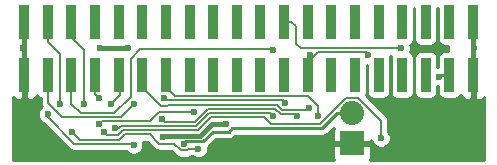
<source format=gbl>
G04 #@! TF.FileFunction,Copper,L2,Bot,Signal*
%FSLAX46Y46*%
G04 Gerber Fmt 4.6, Leading zero omitted, Abs format (unit mm)*
G04 Created by KiCad (PCBNEW (2015-08-18 BZR 6103)-product) date Wednesday, 26 August 2015 13:48:05*
%MOMM*%
G01*
G04 APERTURE LIST*
%ADD10C,0.150000*%
%ADD11R,0.890000X3.000000*%
%ADD12R,2.032000X2.032000*%
%ADD13O,2.032000X2.032000*%
%ADD14C,0.600000*%
%ADD15C,0.177800*%
%ADD16C,0.381000*%
%ADD17C,0.254000*%
%ADD18C,0.250000*%
G04 APERTURE END LIST*
D10*
D11*
X133500000Y-106250000D03*
X133500000Y-101750000D03*
X135500000Y-101750000D03*
X135500000Y-106250000D03*
X139500000Y-106250000D03*
X139500000Y-101750000D03*
X137500000Y-101750000D03*
X137500000Y-106250000D03*
X117500000Y-106250000D03*
X117500000Y-101750000D03*
X119500000Y-101750000D03*
X119500000Y-106250000D03*
X123500000Y-106250000D03*
X123500000Y-101750000D03*
X121500000Y-101750000D03*
X121500000Y-106250000D03*
X129500000Y-106250000D03*
X129500000Y-101750000D03*
X131500000Y-101750000D03*
X131500000Y-106250000D03*
X127500000Y-106250000D03*
X127500000Y-101750000D03*
X125500000Y-101750000D03*
X125500000Y-106250000D03*
X109500000Y-106250000D03*
X109500000Y-101750000D03*
X111500000Y-101750000D03*
X111500000Y-106250000D03*
X115500000Y-106250000D03*
X115500000Y-101750000D03*
X113500000Y-101750000D03*
X113500000Y-106250000D03*
X105500000Y-106250000D03*
X105500000Y-101750000D03*
X107500000Y-101750000D03*
X107500000Y-106250000D03*
X103500000Y-106250000D03*
X103500000Y-101750000D03*
X101500000Y-101750000D03*
X101500000Y-106250000D03*
D12*
X129250000Y-112050000D03*
D13*
X129250000Y-109510000D03*
D14*
X115900000Y-109375000D03*
X107800000Y-110400000D03*
X110800000Y-108700000D03*
X118575000Y-110400000D03*
X113225000Y-111500000D03*
X139600000Y-104000000D03*
X101400000Y-104000000D03*
X108812000Y-108685000D03*
X123600000Y-108625000D03*
X113300000Y-108250000D03*
X122550000Y-109750000D03*
X109175000Y-110775000D03*
X107850000Y-108250000D03*
X126350000Y-109750000D03*
X113182500Y-109982500D03*
X124600000Y-109775000D03*
X122528000Y-104113000D03*
X125600000Y-109050000D03*
X110300000Y-104000000D03*
X107900000Y-104000000D03*
X108250000Y-111125000D03*
X131700000Y-111600000D03*
X106526000Y-108685000D03*
X104500000Y-108700000D03*
X105575000Y-111075000D03*
X116250000Y-112500000D03*
X110750000Y-112200000D03*
X103475000Y-109600000D03*
X115025000Y-112075000D03*
X133400000Y-104000000D03*
X125730000Y-104566710D03*
X130613753Y-104566709D03*
X136600000Y-106400000D03*
D15*
X107800000Y-110400000D02*
X107858602Y-110400000D01*
X107858602Y-110400000D02*
X108075000Y-110183602D01*
X108075000Y-110183602D02*
X112141398Y-110183602D01*
X112141398Y-110183602D02*
X112925000Y-109400000D01*
X112925000Y-109400000D02*
X115875000Y-109400000D01*
X115875000Y-109400000D02*
X115900000Y-109375000D01*
X107858602Y-110400000D02*
X108075000Y-110183602D01*
X104728000Y-109828000D02*
X109672000Y-109828000D01*
X109672000Y-109828000D02*
X110800000Y-108700000D01*
X103500000Y-108600000D02*
X103500000Y-106250000D01*
X104728000Y-109828000D02*
X103500000Y-108600000D01*
D16*
X113225000Y-111500000D02*
X113287804Y-111500000D01*
X117396582Y-110400000D02*
X118575000Y-110400000D01*
X116408778Y-111387804D02*
X117396582Y-110400000D01*
X113400000Y-111387804D02*
X116408778Y-111387804D01*
X113287804Y-111500000D02*
X113400000Y-111387804D01*
X139500000Y-101750000D02*
X139500000Y-103900000D01*
X139500000Y-103900000D02*
X139600000Y-104000000D01*
X139500000Y-106250000D02*
X139500000Y-104100000D01*
X139500000Y-104100000D02*
X139600000Y-104000000D01*
X101500000Y-106250000D02*
X101500000Y-104100000D01*
X101500000Y-104100000D02*
X101400000Y-104000000D01*
X101500000Y-103900000D02*
X101500000Y-101750000D01*
X101400000Y-104000000D02*
X101500000Y-103900000D01*
X101500000Y-106760000D02*
X101500000Y-106250000D01*
D15*
X109574000Y-107923000D02*
X109574000Y-106314000D01*
X108812000Y-108685000D02*
X109574000Y-107923000D01*
X109574000Y-106314000D02*
X109496000Y-106236000D01*
X113455602Y-108405602D02*
X123380602Y-108405602D01*
X123380602Y-108405602D02*
X123600000Y-108625000D01*
X113300000Y-108250000D02*
X113455602Y-108405602D01*
X109175000Y-110775000D02*
X109497102Y-110775000D01*
X117174694Y-109472408D02*
X122272408Y-109472408D01*
X116072102Y-110575000D02*
X117174694Y-109472408D01*
X109697102Y-110575000D02*
X116072102Y-110575000D01*
X109497102Y-110775000D02*
X109697102Y-110575000D01*
X122272408Y-109472408D02*
X122550000Y-109750000D01*
X122272408Y-109472408D02*
X122550000Y-109750000D01*
X107500000Y-106250000D02*
X107500000Y-107900000D01*
X107500000Y-107900000D02*
X107850000Y-108250000D01*
X114250000Y-108050000D02*
X125550000Y-108050000D01*
X126350000Y-108850000D02*
X126350000Y-109750000D01*
X125550000Y-108050000D02*
X126350000Y-108850000D01*
X113500000Y-106250000D02*
X113500000Y-107300000D01*
X113500000Y-107300000D02*
X114250000Y-108050000D01*
X113496000Y-106236000D02*
X113496000Y-107273000D01*
X113182500Y-109982500D02*
X113188102Y-109982500D01*
X117027398Y-109116806D02*
X122763908Y-109116806D01*
X115924806Y-110219398D02*
X117027398Y-109116806D01*
X113425000Y-110219398D02*
X115924806Y-110219398D01*
X113188102Y-109982500D02*
X113425000Y-110219398D01*
X122763908Y-109116806D02*
X123202704Y-109555602D01*
X124380602Y-109555602D02*
X124600000Y-109775000D01*
X123202704Y-109555602D02*
X124380602Y-109555602D01*
X123227704Y-109580602D02*
X124380602Y-109580602D01*
X122763908Y-109116806D02*
X123227704Y-109580602D01*
X124380602Y-109580602D02*
X124600000Y-109775000D01*
X105500000Y-106250000D02*
X105500000Y-108700000D01*
X122515000Y-104100000D02*
X122528000Y-104113000D01*
X111300000Y-104100000D02*
X122515000Y-104100000D01*
X110500000Y-104900000D02*
X111300000Y-104100000D01*
X110500000Y-108100000D02*
X110500000Y-104900000D01*
X109127602Y-109472398D02*
X110500000Y-108100000D01*
X106272398Y-109472398D02*
X109127602Y-109472398D01*
X105500000Y-108700000D02*
X106272398Y-109472398D01*
X113050000Y-108850000D02*
X113586204Y-108850000D01*
X113586204Y-108850000D02*
X113675000Y-108761204D01*
X111500000Y-107300000D02*
X113050000Y-108850000D01*
X125450000Y-109200000D02*
X125600000Y-109050000D01*
X123350000Y-109200000D02*
X125450000Y-109200000D01*
X122911204Y-108761204D02*
X123350000Y-109200000D01*
X113675000Y-108761204D02*
X122911204Y-108761204D01*
X111500000Y-106250000D02*
X111500000Y-107300000D01*
D16*
X107900000Y-104000000D02*
X110300000Y-104000000D01*
D15*
X108250000Y-111125000D02*
X108500000Y-111375000D01*
X108500000Y-111375000D02*
X108800000Y-111375000D01*
X122350000Y-110375000D02*
X126550000Y-110375000D01*
X126550000Y-110375000D02*
X128725000Y-108200000D01*
X128725000Y-108200000D02*
X129775000Y-108200000D01*
X131700000Y-110125000D02*
X131700000Y-111600000D01*
X129775000Y-108200000D02*
X131700000Y-110125000D01*
X121803010Y-109828010D02*
X122350000Y-110375000D01*
X117321990Y-109828010D02*
X121803010Y-109828010D01*
X116219398Y-110930602D02*
X117321990Y-109828010D01*
X109844398Y-110930602D02*
X116219398Y-110930602D01*
X109400000Y-111375000D02*
X109844398Y-110930602D01*
X108500000Y-111375000D02*
X108800000Y-111375000D01*
X108800000Y-111375000D02*
X109400000Y-111375000D01*
X106526000Y-108685000D02*
X106526000Y-104113000D01*
X106526000Y-104113000D02*
X105496000Y-103083000D01*
X105496000Y-103083000D02*
X105496000Y-101736000D01*
X103496000Y-101736000D02*
X103496000Y-103496000D01*
X104494000Y-104494000D02*
X104500000Y-108700000D01*
X103496000Y-103496000D02*
X104494000Y-104494000D01*
X116250000Y-112500000D02*
X115425000Y-112500000D01*
X114775000Y-112650000D02*
X114200000Y-112075000D01*
X115275000Y-112650000D02*
X114775000Y-112650000D01*
X115425000Y-112500000D02*
X115275000Y-112650000D01*
X114200000Y-112075000D02*
X112950000Y-112075000D01*
X112161204Y-111286204D02*
X109991694Y-111286204D01*
X112950000Y-112075000D02*
X112161204Y-111286204D01*
X109547296Y-111730602D02*
X106230602Y-111730602D01*
X106230602Y-111730602D02*
X105575000Y-111075000D01*
X109991694Y-111286204D02*
X109547296Y-111730602D01*
X110750000Y-112200000D02*
X110636204Y-112086204D01*
X110636204Y-112086204D02*
X105711204Y-112086204D01*
X105711204Y-112086204D02*
X103475000Y-109850000D01*
X103475000Y-109850000D02*
X103475000Y-109600000D01*
D17*
X127971778Y-109510000D02*
X129250000Y-109510000D01*
X126713076Y-110768702D02*
X127971778Y-109510000D01*
X119106298Y-110768702D02*
X126713076Y-110768702D01*
X118825000Y-111050000D02*
X119106298Y-110768702D01*
X117447044Y-111050000D02*
X118825000Y-111050000D01*
X116613938Y-111883106D02*
X117447044Y-111050000D01*
X115216894Y-111883106D02*
X116613938Y-111883106D01*
X115025000Y-112075000D02*
X115216894Y-111883106D01*
D15*
X124900000Y-104000000D02*
X133400000Y-104000000D01*
X124500000Y-102127200D02*
X124500000Y-103600000D01*
X124500000Y-103600000D02*
X124900000Y-104000000D01*
X123500000Y-101750000D02*
X124122800Y-101750000D01*
X124122800Y-101750000D02*
X124500000Y-102127200D01*
X125730000Y-104566710D02*
X125730000Y-106020000D01*
X125730000Y-106020000D02*
X125500000Y-106250000D01*
X130030672Y-104355610D02*
X130402654Y-104355610D01*
X130402654Y-104355610D02*
X130613753Y-104566709D01*
X125500000Y-106250000D02*
X125500000Y-105195000D01*
X126339390Y-104355610D02*
X130030672Y-104355610D01*
X125500000Y-105195000D02*
X126339390Y-104355610D01*
D17*
X136750000Y-106250000D02*
X137500000Y-106250000D01*
X136600000Y-106400000D02*
X136750000Y-106250000D01*
D18*
G36*
X134519715Y-103250000D02*
X134556323Y-103444553D01*
X134671304Y-103623239D01*
X134846744Y-103743112D01*
X135055000Y-103785285D01*
X135945000Y-103785285D01*
X136139553Y-103748677D01*
X136318239Y-103633696D01*
X136438112Y-103458256D01*
X136480285Y-103250000D01*
X136480285Y-100575000D01*
X136519715Y-100575000D01*
X136519715Y-103250000D01*
X136556323Y-103444553D01*
X136671304Y-103623239D01*
X136846744Y-103743112D01*
X137055000Y-103785285D01*
X137375187Y-103785285D01*
X137374812Y-104214715D01*
X137055000Y-104214715D01*
X136860447Y-104251323D01*
X136681761Y-104366304D01*
X136561888Y-104541744D01*
X136519715Y-104750000D01*
X136519715Y-105574929D01*
X136480285Y-105574895D01*
X136480285Y-104750000D01*
X136443677Y-104555447D01*
X136328696Y-104376761D01*
X136153256Y-104256888D01*
X135945000Y-104214715D01*
X135055000Y-104214715D01*
X134860447Y-104251323D01*
X134681761Y-104366304D01*
X134561888Y-104541744D01*
X134519715Y-104750000D01*
X134519715Y-107750000D01*
X134556323Y-107944553D01*
X134671304Y-108123239D01*
X134846744Y-108243112D01*
X135055000Y-108285285D01*
X135945000Y-108285285D01*
X136139553Y-108248677D01*
X136318239Y-108133696D01*
X136438112Y-107958256D01*
X136480285Y-107750000D01*
X136480285Y-107224896D01*
X136519715Y-107224931D01*
X136519715Y-107750000D01*
X136556323Y-107944553D01*
X136671304Y-108123239D01*
X136846744Y-108243112D01*
X137055000Y-108285285D01*
X137945000Y-108285285D01*
X138139553Y-108248677D01*
X138318239Y-108133696D01*
X138438112Y-107958256D01*
X138446865Y-107915035D01*
X138525151Y-108104034D01*
X138700966Y-108279850D01*
X138930680Y-108375000D01*
X139218750Y-108375000D01*
X139375000Y-108218750D01*
X139375000Y-106375000D01*
X139355000Y-106375000D01*
X139355000Y-106125000D01*
X139375000Y-106125000D01*
X139375000Y-106105000D01*
X139625000Y-106105000D01*
X139625000Y-106125000D01*
X139645000Y-106125000D01*
X139645000Y-106375000D01*
X139625000Y-106375000D01*
X139625000Y-108218750D01*
X139781250Y-108375000D01*
X140069320Y-108375000D01*
X140299034Y-108279850D01*
X140425000Y-108153883D01*
X140425000Y-113425000D01*
X130790883Y-113425000D01*
X130795849Y-113420034D01*
X130891000Y-113190320D01*
X130891000Y-112331250D01*
X130734750Y-112175000D01*
X129375000Y-112175000D01*
X129375000Y-112195000D01*
X129125000Y-112195000D01*
X129125000Y-112175000D01*
X127765250Y-112175000D01*
X127609000Y-112331250D01*
X127609000Y-113190320D01*
X127704151Y-113420034D01*
X127709117Y-113425000D01*
X100575000Y-113425000D01*
X100575000Y-108153883D01*
X100700966Y-108279850D01*
X100930680Y-108375000D01*
X101218750Y-108375000D01*
X101375000Y-108218750D01*
X101375000Y-106375000D01*
X101355000Y-106375000D01*
X101355000Y-106125000D01*
X101375000Y-106125000D01*
X101375000Y-106105000D01*
X101625000Y-106105000D01*
X101625000Y-106125000D01*
X101645000Y-106125000D01*
X101645000Y-106375000D01*
X101625000Y-106375000D01*
X101625000Y-108218750D01*
X101781250Y-108375000D01*
X102069320Y-108375000D01*
X102299034Y-108279850D01*
X102474849Y-108104034D01*
X102551508Y-107918964D01*
X102556323Y-107944553D01*
X102671304Y-108123239D01*
X102846744Y-108243112D01*
X102886100Y-108251082D01*
X102886100Y-108600000D01*
X102932830Y-108834930D01*
X102989180Y-108919263D01*
X102776007Y-109132065D01*
X102650143Y-109435177D01*
X102649857Y-109763383D01*
X102775191Y-110066715D01*
X103007065Y-110298993D01*
X103090419Y-110333605D01*
X105277111Y-112520297D01*
X105476274Y-112653374D01*
X105711204Y-112700104D01*
X110083522Y-112700104D01*
X110282065Y-112898993D01*
X110585177Y-113024857D01*
X110913383Y-113025143D01*
X111216715Y-112899809D01*
X111448993Y-112667935D01*
X111574857Y-112364823D01*
X111575143Y-112036617D01*
X111518737Y-111900104D01*
X111906918Y-111900104D01*
X112515907Y-112509093D01*
X112715070Y-112642170D01*
X112950000Y-112688900D01*
X113945714Y-112688900D01*
X114340907Y-113084093D01*
X114540070Y-113217170D01*
X114775000Y-113263900D01*
X115275000Y-113263900D01*
X115509930Y-113217170D01*
X115664484Y-113113900D01*
X115697120Y-113113900D01*
X115782065Y-113198993D01*
X116085177Y-113324857D01*
X116413383Y-113325143D01*
X116716715Y-113199809D01*
X116948993Y-112967935D01*
X117074857Y-112664823D01*
X117075137Y-112343975D01*
X117717111Y-111702000D01*
X118824995Y-111702000D01*
X118825000Y-111702001D01*
X119033113Y-111660604D01*
X119074510Y-111652369D01*
X119286034Y-111511034D01*
X119376366Y-111420702D01*
X126713071Y-111420702D01*
X126713076Y-111420703D01*
X126937771Y-111376007D01*
X126962586Y-111371071D01*
X127174110Y-111229736D01*
X127690201Y-110713645D01*
X127609000Y-110909680D01*
X127609000Y-111768750D01*
X127765250Y-111925000D01*
X129125000Y-111925000D01*
X129125000Y-111905000D01*
X129375000Y-111905000D01*
X129375000Y-111925000D01*
X130734750Y-111925000D01*
X130881146Y-111778604D01*
X131000191Y-112066715D01*
X131232065Y-112298993D01*
X131535177Y-112424857D01*
X131863383Y-112425143D01*
X132166715Y-112299809D01*
X132398993Y-112067935D01*
X132524857Y-111764823D01*
X132525143Y-111436617D01*
X132399809Y-111133285D01*
X132313900Y-111047226D01*
X132313900Y-110125000D01*
X132302549Y-110067935D01*
X132267170Y-109890070D01*
X132134093Y-109690907D01*
X130423227Y-107980041D01*
X130438112Y-107958256D01*
X130480285Y-107750000D01*
X130480285Y-105391593D01*
X130519715Y-105391628D01*
X130519715Y-107750000D01*
X130556323Y-107944553D01*
X130671304Y-108123239D01*
X130846744Y-108243112D01*
X131055000Y-108285285D01*
X131945000Y-108285285D01*
X132139553Y-108248677D01*
X132318239Y-108133696D01*
X132438112Y-107958256D01*
X132480285Y-107750000D01*
X132480285Y-104750000D01*
X132454676Y-104613900D01*
X132547276Y-104613900D01*
X132519715Y-104750000D01*
X132519715Y-107750000D01*
X132556323Y-107944553D01*
X132671304Y-108123239D01*
X132846744Y-108243112D01*
X133055000Y-108285285D01*
X133945000Y-108285285D01*
X134139553Y-108248677D01*
X134318239Y-108133696D01*
X134438112Y-107958256D01*
X134480285Y-107750000D01*
X134480285Y-104750000D01*
X134443677Y-104555447D01*
X134328696Y-104376761D01*
X134179252Y-104274651D01*
X134224857Y-104164823D01*
X134225143Y-103836617D01*
X134178462Y-103723640D01*
X134318239Y-103633696D01*
X134438112Y-103458256D01*
X134480285Y-103250000D01*
X134480285Y-100575000D01*
X134519715Y-100575000D01*
X134519715Y-103250000D01*
X134519715Y-103250000D01*
G37*
X134519715Y-103250000D02*
X134556323Y-103444553D01*
X134671304Y-103623239D01*
X134846744Y-103743112D01*
X135055000Y-103785285D01*
X135945000Y-103785285D01*
X136139553Y-103748677D01*
X136318239Y-103633696D01*
X136438112Y-103458256D01*
X136480285Y-103250000D01*
X136480285Y-100575000D01*
X136519715Y-100575000D01*
X136519715Y-103250000D01*
X136556323Y-103444553D01*
X136671304Y-103623239D01*
X136846744Y-103743112D01*
X137055000Y-103785285D01*
X137375187Y-103785285D01*
X137374812Y-104214715D01*
X137055000Y-104214715D01*
X136860447Y-104251323D01*
X136681761Y-104366304D01*
X136561888Y-104541744D01*
X136519715Y-104750000D01*
X136519715Y-105574929D01*
X136480285Y-105574895D01*
X136480285Y-104750000D01*
X136443677Y-104555447D01*
X136328696Y-104376761D01*
X136153256Y-104256888D01*
X135945000Y-104214715D01*
X135055000Y-104214715D01*
X134860447Y-104251323D01*
X134681761Y-104366304D01*
X134561888Y-104541744D01*
X134519715Y-104750000D01*
X134519715Y-107750000D01*
X134556323Y-107944553D01*
X134671304Y-108123239D01*
X134846744Y-108243112D01*
X135055000Y-108285285D01*
X135945000Y-108285285D01*
X136139553Y-108248677D01*
X136318239Y-108133696D01*
X136438112Y-107958256D01*
X136480285Y-107750000D01*
X136480285Y-107224896D01*
X136519715Y-107224931D01*
X136519715Y-107750000D01*
X136556323Y-107944553D01*
X136671304Y-108123239D01*
X136846744Y-108243112D01*
X137055000Y-108285285D01*
X137945000Y-108285285D01*
X138139553Y-108248677D01*
X138318239Y-108133696D01*
X138438112Y-107958256D01*
X138446865Y-107915035D01*
X138525151Y-108104034D01*
X138700966Y-108279850D01*
X138930680Y-108375000D01*
X139218750Y-108375000D01*
X139375000Y-108218750D01*
X139375000Y-106375000D01*
X139355000Y-106375000D01*
X139355000Y-106125000D01*
X139375000Y-106125000D01*
X139375000Y-106105000D01*
X139625000Y-106105000D01*
X139625000Y-106125000D01*
X139645000Y-106125000D01*
X139645000Y-106375000D01*
X139625000Y-106375000D01*
X139625000Y-108218750D01*
X139781250Y-108375000D01*
X140069320Y-108375000D01*
X140299034Y-108279850D01*
X140425000Y-108153883D01*
X140425000Y-113425000D01*
X130790883Y-113425000D01*
X130795849Y-113420034D01*
X130891000Y-113190320D01*
X130891000Y-112331250D01*
X130734750Y-112175000D01*
X129375000Y-112175000D01*
X129375000Y-112195000D01*
X129125000Y-112195000D01*
X129125000Y-112175000D01*
X127765250Y-112175000D01*
X127609000Y-112331250D01*
X127609000Y-113190320D01*
X127704151Y-113420034D01*
X127709117Y-113425000D01*
X100575000Y-113425000D01*
X100575000Y-108153883D01*
X100700966Y-108279850D01*
X100930680Y-108375000D01*
X101218750Y-108375000D01*
X101375000Y-108218750D01*
X101375000Y-106375000D01*
X101355000Y-106375000D01*
X101355000Y-106125000D01*
X101375000Y-106125000D01*
X101375000Y-106105000D01*
X101625000Y-106105000D01*
X101625000Y-106125000D01*
X101645000Y-106125000D01*
X101645000Y-106375000D01*
X101625000Y-106375000D01*
X101625000Y-108218750D01*
X101781250Y-108375000D01*
X102069320Y-108375000D01*
X102299034Y-108279850D01*
X102474849Y-108104034D01*
X102551508Y-107918964D01*
X102556323Y-107944553D01*
X102671304Y-108123239D01*
X102846744Y-108243112D01*
X102886100Y-108251082D01*
X102886100Y-108600000D01*
X102932830Y-108834930D01*
X102989180Y-108919263D01*
X102776007Y-109132065D01*
X102650143Y-109435177D01*
X102649857Y-109763383D01*
X102775191Y-110066715D01*
X103007065Y-110298993D01*
X103090419Y-110333605D01*
X105277111Y-112520297D01*
X105476274Y-112653374D01*
X105711204Y-112700104D01*
X110083522Y-112700104D01*
X110282065Y-112898993D01*
X110585177Y-113024857D01*
X110913383Y-113025143D01*
X111216715Y-112899809D01*
X111448993Y-112667935D01*
X111574857Y-112364823D01*
X111575143Y-112036617D01*
X111518737Y-111900104D01*
X111906918Y-111900104D01*
X112515907Y-112509093D01*
X112715070Y-112642170D01*
X112950000Y-112688900D01*
X113945714Y-112688900D01*
X114340907Y-113084093D01*
X114540070Y-113217170D01*
X114775000Y-113263900D01*
X115275000Y-113263900D01*
X115509930Y-113217170D01*
X115664484Y-113113900D01*
X115697120Y-113113900D01*
X115782065Y-113198993D01*
X116085177Y-113324857D01*
X116413383Y-113325143D01*
X116716715Y-113199809D01*
X116948993Y-112967935D01*
X117074857Y-112664823D01*
X117075137Y-112343975D01*
X117717111Y-111702000D01*
X118824995Y-111702000D01*
X118825000Y-111702001D01*
X119033113Y-111660604D01*
X119074510Y-111652369D01*
X119286034Y-111511034D01*
X119376366Y-111420702D01*
X126713071Y-111420702D01*
X126713076Y-111420703D01*
X126937771Y-111376007D01*
X126962586Y-111371071D01*
X127174110Y-111229736D01*
X127690201Y-110713645D01*
X127609000Y-110909680D01*
X127609000Y-111768750D01*
X127765250Y-111925000D01*
X129125000Y-111925000D01*
X129125000Y-111905000D01*
X129375000Y-111905000D01*
X129375000Y-111925000D01*
X130734750Y-111925000D01*
X130881146Y-111778604D01*
X131000191Y-112066715D01*
X131232065Y-112298993D01*
X131535177Y-112424857D01*
X131863383Y-112425143D01*
X132166715Y-112299809D01*
X132398993Y-112067935D01*
X132524857Y-111764823D01*
X132525143Y-111436617D01*
X132399809Y-111133285D01*
X132313900Y-111047226D01*
X132313900Y-110125000D01*
X132302549Y-110067935D01*
X132267170Y-109890070D01*
X132134093Y-109690907D01*
X130423227Y-107980041D01*
X130438112Y-107958256D01*
X130480285Y-107750000D01*
X130480285Y-105391593D01*
X130519715Y-105391628D01*
X130519715Y-107750000D01*
X130556323Y-107944553D01*
X130671304Y-108123239D01*
X130846744Y-108243112D01*
X131055000Y-108285285D01*
X131945000Y-108285285D01*
X132139553Y-108248677D01*
X132318239Y-108133696D01*
X132438112Y-107958256D01*
X132480285Y-107750000D01*
X132480285Y-104750000D01*
X132454676Y-104613900D01*
X132547276Y-104613900D01*
X132519715Y-104750000D01*
X132519715Y-107750000D01*
X132556323Y-107944553D01*
X132671304Y-108123239D01*
X132846744Y-108243112D01*
X133055000Y-108285285D01*
X133945000Y-108285285D01*
X134139553Y-108248677D01*
X134318239Y-108133696D01*
X134438112Y-107958256D01*
X134480285Y-107750000D01*
X134480285Y-104750000D01*
X134443677Y-104555447D01*
X134328696Y-104376761D01*
X134179252Y-104274651D01*
X134224857Y-104164823D01*
X134225143Y-103836617D01*
X134178462Y-103723640D01*
X134318239Y-103633696D01*
X134438112Y-103458256D01*
X134480285Y-103250000D01*
X134480285Y-100575000D01*
X134519715Y-100575000D01*
X134519715Y-103250000D01*
G36*
X139625000Y-101625000D02*
X139645000Y-101625000D01*
X139645000Y-101875000D01*
X139625000Y-101875000D01*
X139625000Y-101895000D01*
X139375000Y-101895000D01*
X139375000Y-101875000D01*
X139355000Y-101875000D01*
X139355000Y-101625000D01*
X139375000Y-101625000D01*
X139375000Y-101605000D01*
X139625000Y-101605000D01*
X139625000Y-101625000D01*
X139625000Y-101625000D01*
G37*
X139625000Y-101625000D02*
X139645000Y-101625000D01*
X139645000Y-101875000D01*
X139625000Y-101875000D01*
X139625000Y-101895000D01*
X139375000Y-101895000D01*
X139375000Y-101875000D01*
X139355000Y-101875000D01*
X139355000Y-101625000D01*
X139375000Y-101625000D01*
X139375000Y-101605000D01*
X139625000Y-101605000D01*
X139625000Y-101625000D01*
G36*
X101625000Y-101625000D02*
X101645000Y-101625000D01*
X101645000Y-101875000D01*
X101625000Y-101875000D01*
X101625000Y-101895000D01*
X101375000Y-101895000D01*
X101375000Y-101875000D01*
X101355000Y-101875000D01*
X101355000Y-101625000D01*
X101375000Y-101625000D01*
X101375000Y-101605000D01*
X101625000Y-101605000D01*
X101625000Y-101625000D01*
X101625000Y-101625000D01*
G37*
X101625000Y-101625000D02*
X101645000Y-101625000D01*
X101645000Y-101875000D01*
X101625000Y-101875000D01*
X101625000Y-101895000D01*
X101375000Y-101895000D01*
X101375000Y-101875000D01*
X101355000Y-101875000D01*
X101355000Y-101625000D01*
X101375000Y-101625000D01*
X101375000Y-101605000D01*
X101625000Y-101605000D01*
X101625000Y-101625000D01*
M02*

</source>
